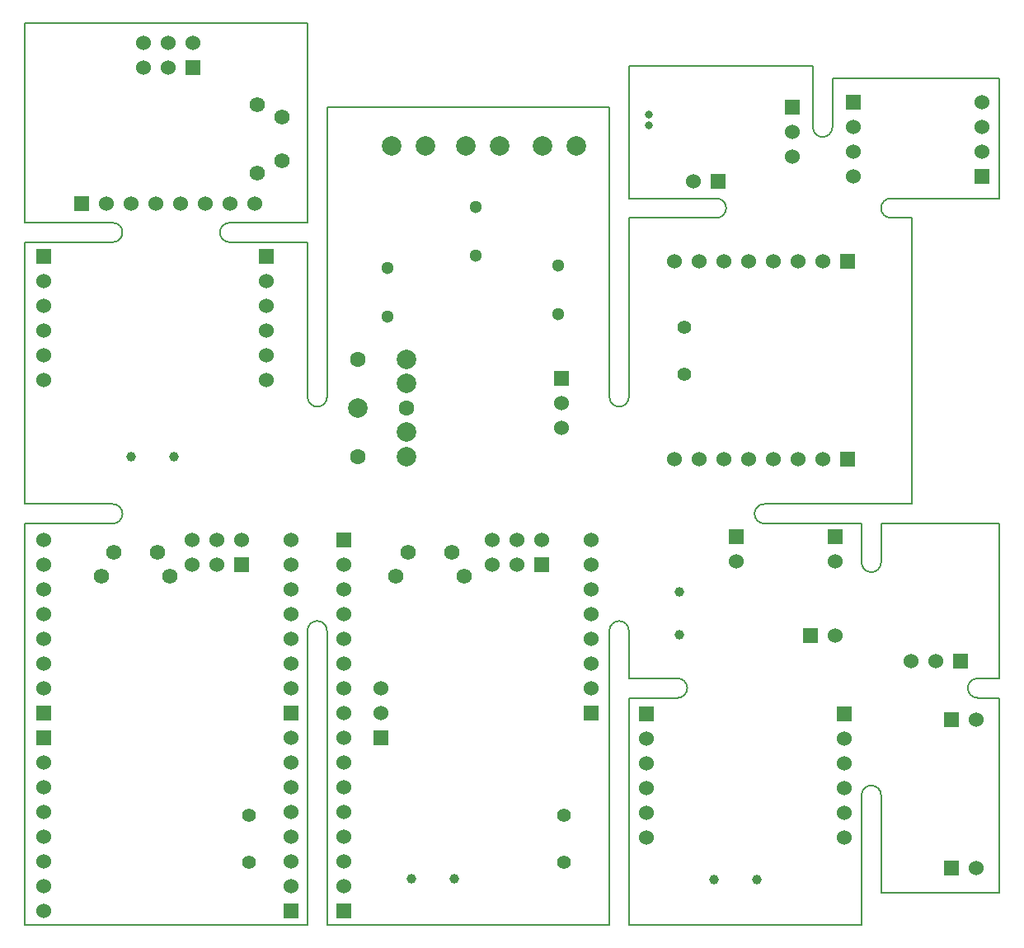
<source format=gbs>
G04 (created by PCBNEW (2013-may-18)-stable) date Wed 26 Feb 2014 10:24:25 PM CET*
%MOIN*%
G04 Gerber Fmt 3.4, Leading zero omitted, Abs format*
%FSLAX34Y34*%
G01*
G70*
G90*
G04 APERTURE LIST*
%ADD10C,0.006*%
%ADD11C,0.00590551*%
%ADD12C,0.0511811*%
%ADD13C,0.0394*%
%ADD14C,0.0629921*%
%ADD15C,0.0787402*%
%ADD16R,0.06X0.06*%
%ADD17C,0.06*%
%ADD18C,0.062*%
%ADD19C,0.056*%
%ADD20C,0.0314961*%
G04 APERTURE END LIST*
G54D10*
G54D11*
X33858Y-46181D02*
X33858Y-53976D01*
X34645Y-46181D02*
G75*
G03X34251Y-45787I-393J0D01*
G74*
G01*
X34251Y-45787D02*
G75*
G03X33858Y-46181I0J-393D01*
G74*
G01*
X34645Y-48110D02*
X34645Y-46181D01*
X36614Y-48110D02*
X34645Y-48110D01*
X37007Y-48503D02*
G75*
G03X36614Y-48110I-393J0D01*
G74*
G01*
X36614Y-48897D02*
G75*
G03X37007Y-48503I0J393D01*
G74*
G01*
X34645Y-48897D02*
X36614Y-48897D01*
X34645Y-53976D02*
X34645Y-48897D01*
X44055Y-41850D02*
X40118Y-41850D01*
X44842Y-52834D02*
X44842Y-56771D01*
X44842Y-52834D02*
G75*
G03X44448Y-52440I-393J0D01*
G74*
G01*
X44448Y-52440D02*
G75*
G03X44055Y-52834I0J-393D01*
G74*
G01*
X44055Y-56771D02*
X44055Y-52834D01*
X44842Y-43425D02*
X44842Y-41850D01*
X44448Y-43818D02*
G75*
G03X44842Y-43425I0J393D01*
G74*
G01*
X44055Y-43425D02*
G75*
G03X44448Y-43818I393J0D01*
G74*
G01*
X44055Y-41850D02*
X44055Y-43425D01*
X40118Y-41062D02*
X44094Y-41062D01*
X40118Y-41062D02*
G75*
G03X39724Y-41456I0J-393D01*
G74*
G01*
X39724Y-41456D02*
G75*
G03X40118Y-41850I393J0D01*
G74*
G01*
X46102Y-28700D02*
X45236Y-28700D01*
X45236Y-28700D02*
G75*
G03X44842Y-29094I0J-393D01*
G74*
G01*
X44842Y-29094D02*
G75*
G03X45236Y-29488I393J0D01*
G74*
G01*
X46102Y-29488D02*
X45236Y-29488D01*
X46102Y-41062D02*
X46102Y-29488D01*
X42086Y-23346D02*
X34645Y-23346D01*
X42086Y-25826D02*
X42086Y-23346D01*
X42086Y-25826D02*
G75*
G03X42480Y-26220I393J0D01*
G74*
G01*
X42480Y-26220D02*
G75*
G03X42874Y-25826I0J393D01*
G74*
G01*
X42874Y-23858D02*
X42874Y-25826D01*
X43385Y-23858D02*
X42874Y-23858D01*
X34645Y-28700D02*
X34645Y-25000D01*
X38188Y-28700D02*
X34645Y-28700D01*
X38582Y-29094D02*
G75*
G03X38188Y-28700I-393J0D01*
G74*
G01*
X38188Y-29488D02*
G75*
G03X38582Y-29094I0J393D01*
G74*
G01*
X34645Y-29488D02*
X38188Y-29488D01*
X34645Y-36732D02*
X34645Y-29488D01*
X34251Y-37125D02*
G75*
G03X34645Y-36732I0J393D01*
G74*
G01*
X33858Y-36732D02*
G75*
G03X34251Y-37125I393J0D01*
G74*
G01*
X33858Y-25000D02*
X33858Y-36732D01*
X21653Y-36732D02*
X21653Y-30472D01*
X22440Y-36732D02*
X22440Y-25000D01*
X22047Y-37125D02*
G75*
G03X22440Y-36732I0J393D01*
G74*
G01*
X21653Y-36732D02*
G75*
G03X22047Y-37125I393J0D01*
G74*
G01*
X22440Y-55944D02*
X22440Y-46181D01*
X21653Y-46141D02*
X21653Y-55944D01*
X22086Y-45787D02*
G75*
G03X21653Y-46141I-39J-393D01*
G74*
G01*
X22440Y-46181D02*
G75*
G03X22047Y-45787I-393J0D01*
G74*
G01*
X11811Y-41850D02*
X13779Y-41850D01*
X13779Y-41062D02*
X11771Y-41062D01*
X13779Y-41850D02*
G75*
G03X14173Y-41456I0J393D01*
G74*
G01*
X14173Y-41456D02*
G75*
G03X13779Y-41062I-393J0D01*
G74*
G01*
X18503Y-30472D02*
X21653Y-30472D01*
X21653Y-29685D02*
X18503Y-29685D01*
X13464Y-30472D02*
X13779Y-30472D01*
X13779Y-29685D02*
X13425Y-29685D01*
X13779Y-30472D02*
G75*
G03X14173Y-30078I0J393D01*
G74*
G01*
X14173Y-30078D02*
G75*
G03X13779Y-29685I-393J0D01*
G74*
G01*
X22440Y-25000D02*
X33858Y-25000D01*
X18110Y-30078D02*
G75*
G03X18503Y-30472I393J0D01*
G74*
G01*
X18503Y-29685D02*
G75*
G03X18110Y-30078I0J-393D01*
G74*
G01*
X21653Y-25000D02*
X21653Y-29685D01*
X49606Y-56771D02*
X49606Y-48897D01*
X44055Y-56771D02*
X44055Y-57086D01*
X49606Y-56771D02*
X44842Y-56771D01*
X43385Y-23858D02*
X49606Y-23858D01*
X44133Y-41062D02*
X44094Y-41062D01*
X21653Y-55984D02*
X21653Y-55944D01*
X22440Y-55984D02*
X22440Y-55944D01*
X34645Y-54015D02*
X34645Y-53976D01*
X33858Y-54015D02*
X33858Y-53976D01*
X44055Y-57125D02*
X44055Y-57086D01*
X10236Y-41850D02*
X10236Y-58070D01*
X11811Y-41850D02*
X10236Y-41850D01*
X11771Y-41062D02*
X11692Y-41062D01*
X10236Y-41062D02*
X11692Y-41062D01*
X10236Y-30472D02*
X10236Y-41062D01*
X13464Y-30472D02*
X10236Y-30472D01*
X12480Y-29685D02*
X13425Y-29685D01*
X10236Y-29685D02*
X12480Y-29685D01*
X10236Y-21614D02*
X10236Y-29685D01*
X21653Y-21614D02*
X10236Y-21614D01*
X21653Y-25000D02*
X21653Y-21614D01*
X34645Y-24685D02*
X34645Y-25000D01*
X34645Y-23346D02*
X34645Y-24685D01*
X49606Y-28700D02*
X49606Y-23858D01*
X49606Y-28700D02*
X46102Y-28700D01*
X44133Y-41062D02*
X46102Y-41062D01*
X49606Y-41850D02*
X44842Y-41850D01*
X49606Y-48110D02*
X49606Y-41850D01*
X48740Y-48110D02*
X49606Y-48110D01*
X49015Y-48897D02*
X48740Y-48897D01*
X48740Y-48110D02*
G75*
G03X48346Y-48503I0J-393D01*
G74*
G01*
X48346Y-48503D02*
G75*
G03X48740Y-48897I393J0D01*
G74*
G01*
X49606Y-48897D02*
X49015Y-48897D01*
X44055Y-57322D02*
X44055Y-57125D01*
X44055Y-58070D02*
X44055Y-57322D01*
X34645Y-58070D02*
X44055Y-58070D01*
X34645Y-54015D02*
X34645Y-58070D01*
X33858Y-54015D02*
X33858Y-58070D01*
X22440Y-58070D02*
X33858Y-58070D01*
X22440Y-55984D02*
X22440Y-58070D01*
X21653Y-55984D02*
X21653Y-58070D01*
X10236Y-58070D02*
X21653Y-58070D01*
G54D12*
X24901Y-31496D03*
X24901Y-33464D03*
X28444Y-31003D03*
X28444Y-29035D03*
X31791Y-33366D03*
X31791Y-31397D03*
G54D13*
X36700Y-46343D03*
X36700Y-44611D03*
X39832Y-56246D03*
X38100Y-56246D03*
X27576Y-56200D03*
X25844Y-56200D03*
X16253Y-39142D03*
X14521Y-39142D03*
G54D14*
X23689Y-35202D03*
X23689Y-39139D03*
X25658Y-37170D03*
G54D15*
X23689Y-37170D03*
X25658Y-39139D03*
X25658Y-38155D03*
X25658Y-36186D03*
X25658Y-35202D03*
G54D16*
X48062Y-47417D03*
G54D17*
X47062Y-47417D03*
X46062Y-47417D03*
G54D16*
X24610Y-50500D03*
G54D17*
X24610Y-49500D03*
X24610Y-48500D03*
G54D16*
X31930Y-35970D03*
G54D17*
X31930Y-36970D03*
X31930Y-37970D03*
G54D16*
X41263Y-25029D03*
G54D17*
X41263Y-26029D03*
X41263Y-27029D03*
G54D16*
X43000Y-42377D03*
G54D17*
X43000Y-43377D03*
G54D16*
X39000Y-42377D03*
G54D17*
X39000Y-43377D03*
G54D16*
X42000Y-46377D03*
G54D17*
X43000Y-46377D03*
G54D16*
X35366Y-49546D03*
G54D17*
X35366Y-50546D03*
X35366Y-51546D03*
X35366Y-52546D03*
X35366Y-53546D03*
X35366Y-54546D03*
G54D16*
X43366Y-49546D03*
G54D17*
X43366Y-50546D03*
X43366Y-51546D03*
X43366Y-52546D03*
X43366Y-53546D03*
X43366Y-54546D03*
G54D16*
X43477Y-31258D03*
G54D17*
X42477Y-31258D03*
X41477Y-31258D03*
X40477Y-31258D03*
X39477Y-31258D03*
X38477Y-31258D03*
X37477Y-31258D03*
X36477Y-31258D03*
G54D16*
X43477Y-39258D03*
G54D17*
X42477Y-39258D03*
X41477Y-39258D03*
X40477Y-39258D03*
X39477Y-39258D03*
X38477Y-39258D03*
X37477Y-39258D03*
X36477Y-39258D03*
G54D16*
X47683Y-55783D03*
G54D17*
X48683Y-55783D03*
G54D16*
X47683Y-49783D03*
G54D17*
X48683Y-49783D03*
G54D16*
X11000Y-49500D03*
G54D17*
X11000Y-48500D03*
X11000Y-47500D03*
X11000Y-46500D03*
X11000Y-45500D03*
X11000Y-44500D03*
X11000Y-43500D03*
X11000Y-42500D03*
G54D16*
X21000Y-49500D03*
G54D17*
X21000Y-48500D03*
X21000Y-47500D03*
X21000Y-46500D03*
X21000Y-45500D03*
X21000Y-44500D03*
X21000Y-43500D03*
X21000Y-42500D03*
G54D16*
X11000Y-50500D03*
G54D17*
X11000Y-51500D03*
X11000Y-52500D03*
X11000Y-53500D03*
X11000Y-54500D03*
X11000Y-55500D03*
X11000Y-56500D03*
X11000Y-57500D03*
G54D16*
X21000Y-57500D03*
G54D17*
X21000Y-56500D03*
X21000Y-55500D03*
X21000Y-54500D03*
X21000Y-53500D03*
X21000Y-52500D03*
X21000Y-51500D03*
X21000Y-50500D03*
G54D16*
X19000Y-43500D03*
G54D17*
X18000Y-43500D03*
X17000Y-43500D03*
X19000Y-42500D03*
X18000Y-42500D03*
X17000Y-42500D03*
G54D16*
X23110Y-42500D03*
G54D17*
X23110Y-43500D03*
X23110Y-44500D03*
X23110Y-45500D03*
X23110Y-46500D03*
X23110Y-47500D03*
X23110Y-48500D03*
X23110Y-49500D03*
G54D16*
X23110Y-57500D03*
G54D17*
X23110Y-56500D03*
X23110Y-55500D03*
X23110Y-54500D03*
X23110Y-53500D03*
X23110Y-52500D03*
X23110Y-51500D03*
X23110Y-50500D03*
G54D16*
X33110Y-49500D03*
G54D17*
X33110Y-48500D03*
X33110Y-47500D03*
X33110Y-46500D03*
X33110Y-45500D03*
X33110Y-44500D03*
X33110Y-43500D03*
X33110Y-42500D03*
G54D16*
X31110Y-43500D03*
G54D17*
X30110Y-43500D03*
X29110Y-43500D03*
X31110Y-42500D03*
X30110Y-42500D03*
X29110Y-42500D03*
G54D16*
X12514Y-28907D03*
G54D17*
X13514Y-28907D03*
X14514Y-28907D03*
X15514Y-28907D03*
X16514Y-28907D03*
X17514Y-28907D03*
X18514Y-28907D03*
X19514Y-28907D03*
G54D16*
X17014Y-23407D03*
G54D17*
X16014Y-23407D03*
X15014Y-23407D03*
X17014Y-22407D03*
X16014Y-22407D03*
X15014Y-22407D03*
G54D16*
X43724Y-24818D03*
G54D17*
X43724Y-25818D03*
X43724Y-26818D03*
X43724Y-27818D03*
G54D16*
X48924Y-27818D03*
G54D17*
X48924Y-26818D03*
X48924Y-25818D03*
X48924Y-24818D03*
G54D16*
X10987Y-31042D03*
G54D17*
X10987Y-32042D03*
X10987Y-33042D03*
X10987Y-34042D03*
X10987Y-35042D03*
X10987Y-36042D03*
G54D16*
X19987Y-31042D03*
G54D17*
X19987Y-32042D03*
X19987Y-33042D03*
X19987Y-34042D03*
X19987Y-35042D03*
X19987Y-36042D03*
G54D15*
X26419Y-26570D03*
X25041Y-26570D03*
X29419Y-26570D03*
X28041Y-26570D03*
X32519Y-26570D03*
X31141Y-26570D03*
G54D16*
X38263Y-28029D03*
G54D17*
X37263Y-28029D03*
G54D18*
X16080Y-43980D03*
X13320Y-43980D03*
X13815Y-43000D03*
X15585Y-43000D03*
X27990Y-43980D03*
X25230Y-43980D03*
X25725Y-43000D03*
X27495Y-43000D03*
X19634Y-27687D03*
X19634Y-24927D03*
X20614Y-25422D03*
X20614Y-27192D03*
G54D19*
X36877Y-33897D03*
X36877Y-35819D03*
X19300Y-55561D03*
X19300Y-53639D03*
X32010Y-53639D03*
X32010Y-55561D03*
G54D20*
X35463Y-25745D03*
X35463Y-25312D03*
M02*

</source>
